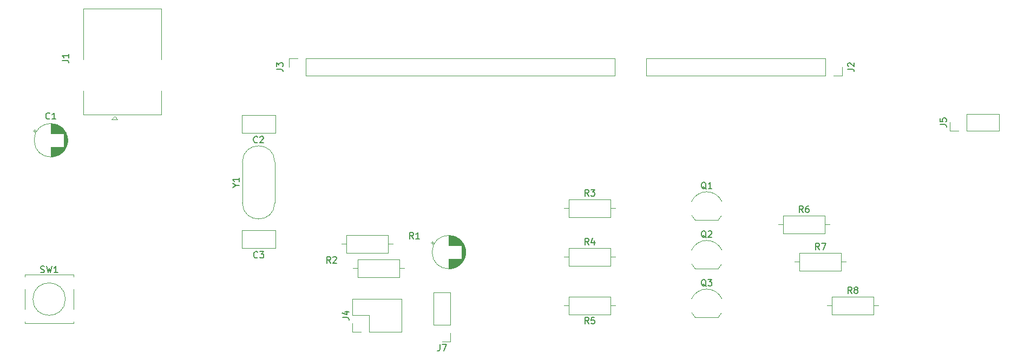
<source format=gbr>
G04 #@! TF.GenerationSoftware,KiCad,Pcbnew,7.0.5-0*
G04 #@! TF.CreationDate,2023-07-14T12:22:50+10:00*
G04 #@! TF.ProjectId,KeyboardControllerM102,4b657962-6f61-4726-9443-6f6e74726f6c,v01*
G04 #@! TF.SameCoordinates,Original*
G04 #@! TF.FileFunction,Legend,Top*
G04 #@! TF.FilePolarity,Positive*
%FSLAX46Y46*%
G04 Gerber Fmt 4.6, Leading zero omitted, Abs format (unit mm)*
G04 Created by KiCad (PCBNEW 7.0.5-0) date 2023-07-14 12:22:50*
%MOMM*%
%LPD*%
G01*
G04 APERTURE LIST*
%ADD10C,0.150000*%
%ADD11C,0.120000*%
G04 APERTURE END LIST*
D10*
G04 #@! TO.C,Q3*
X156622761Y-56184057D02*
X156527523Y-56136438D01*
X156527523Y-56136438D02*
X156432285Y-56041200D01*
X156432285Y-56041200D02*
X156289428Y-55898342D01*
X156289428Y-55898342D02*
X156194190Y-55850723D01*
X156194190Y-55850723D02*
X156098952Y-55850723D01*
X156146571Y-56088819D02*
X156051333Y-56041200D01*
X156051333Y-56041200D02*
X155956095Y-55945961D01*
X155956095Y-55945961D02*
X155908476Y-55755485D01*
X155908476Y-55755485D02*
X155908476Y-55422152D01*
X155908476Y-55422152D02*
X155956095Y-55231676D01*
X155956095Y-55231676D02*
X156051333Y-55136438D01*
X156051333Y-55136438D02*
X156146571Y-55088819D01*
X156146571Y-55088819D02*
X156337047Y-55088819D01*
X156337047Y-55088819D02*
X156432285Y-55136438D01*
X156432285Y-55136438D02*
X156527523Y-55231676D01*
X156527523Y-55231676D02*
X156575142Y-55422152D01*
X156575142Y-55422152D02*
X156575142Y-55755485D01*
X156575142Y-55755485D02*
X156527523Y-55945961D01*
X156527523Y-55945961D02*
X156432285Y-56041200D01*
X156432285Y-56041200D02*
X156337047Y-56088819D01*
X156337047Y-56088819D02*
X156146571Y-56088819D01*
X156908476Y-55088819D02*
X157527523Y-55088819D01*
X157527523Y-55088819D02*
X157194190Y-55469771D01*
X157194190Y-55469771D02*
X157337047Y-55469771D01*
X157337047Y-55469771D02*
X157432285Y-55517390D01*
X157432285Y-55517390D02*
X157479904Y-55565009D01*
X157479904Y-55565009D02*
X157527523Y-55660247D01*
X157527523Y-55660247D02*
X157527523Y-55898342D01*
X157527523Y-55898342D02*
X157479904Y-55993580D01*
X157479904Y-55993580D02*
X157432285Y-56041200D01*
X157432285Y-56041200D02*
X157337047Y-56088819D01*
X157337047Y-56088819D02*
X157051333Y-56088819D01*
X157051333Y-56088819D02*
X156956095Y-56041200D01*
X156956095Y-56041200D02*
X156908476Y-55993580D01*
G04 #@! TO.C,Q2*
X156622761Y-48564057D02*
X156527523Y-48516438D01*
X156527523Y-48516438D02*
X156432285Y-48421200D01*
X156432285Y-48421200D02*
X156289428Y-48278342D01*
X156289428Y-48278342D02*
X156194190Y-48230723D01*
X156194190Y-48230723D02*
X156098952Y-48230723D01*
X156146571Y-48468819D02*
X156051333Y-48421200D01*
X156051333Y-48421200D02*
X155956095Y-48325961D01*
X155956095Y-48325961D02*
X155908476Y-48135485D01*
X155908476Y-48135485D02*
X155908476Y-47802152D01*
X155908476Y-47802152D02*
X155956095Y-47611676D01*
X155956095Y-47611676D02*
X156051333Y-47516438D01*
X156051333Y-47516438D02*
X156146571Y-47468819D01*
X156146571Y-47468819D02*
X156337047Y-47468819D01*
X156337047Y-47468819D02*
X156432285Y-47516438D01*
X156432285Y-47516438D02*
X156527523Y-47611676D01*
X156527523Y-47611676D02*
X156575142Y-47802152D01*
X156575142Y-47802152D02*
X156575142Y-48135485D01*
X156575142Y-48135485D02*
X156527523Y-48325961D01*
X156527523Y-48325961D02*
X156432285Y-48421200D01*
X156432285Y-48421200D02*
X156337047Y-48468819D01*
X156337047Y-48468819D02*
X156146571Y-48468819D01*
X156956095Y-47564057D02*
X157003714Y-47516438D01*
X157003714Y-47516438D02*
X157098952Y-47468819D01*
X157098952Y-47468819D02*
X157337047Y-47468819D01*
X157337047Y-47468819D02*
X157432285Y-47516438D01*
X157432285Y-47516438D02*
X157479904Y-47564057D01*
X157479904Y-47564057D02*
X157527523Y-47659295D01*
X157527523Y-47659295D02*
X157527523Y-47754533D01*
X157527523Y-47754533D02*
X157479904Y-47897390D01*
X157479904Y-47897390D02*
X156908476Y-48468819D01*
X156908476Y-48468819D02*
X157527523Y-48468819D01*
G04 #@! TO.C,Q1*
X156622761Y-40944057D02*
X156527523Y-40896438D01*
X156527523Y-40896438D02*
X156432285Y-40801200D01*
X156432285Y-40801200D02*
X156289428Y-40658342D01*
X156289428Y-40658342D02*
X156194190Y-40610723D01*
X156194190Y-40610723D02*
X156098952Y-40610723D01*
X156146571Y-40848819D02*
X156051333Y-40801200D01*
X156051333Y-40801200D02*
X155956095Y-40705961D01*
X155956095Y-40705961D02*
X155908476Y-40515485D01*
X155908476Y-40515485D02*
X155908476Y-40182152D01*
X155908476Y-40182152D02*
X155956095Y-39991676D01*
X155956095Y-39991676D02*
X156051333Y-39896438D01*
X156051333Y-39896438D02*
X156146571Y-39848819D01*
X156146571Y-39848819D02*
X156337047Y-39848819D01*
X156337047Y-39848819D02*
X156432285Y-39896438D01*
X156432285Y-39896438D02*
X156527523Y-39991676D01*
X156527523Y-39991676D02*
X156575142Y-40182152D01*
X156575142Y-40182152D02*
X156575142Y-40515485D01*
X156575142Y-40515485D02*
X156527523Y-40705961D01*
X156527523Y-40705961D02*
X156432285Y-40801200D01*
X156432285Y-40801200D02*
X156337047Y-40848819D01*
X156337047Y-40848819D02*
X156146571Y-40848819D01*
X157527523Y-40848819D02*
X156956095Y-40848819D01*
X157241809Y-40848819D02*
X157241809Y-39848819D01*
X157241809Y-39848819D02*
X157146571Y-39991676D01*
X157146571Y-39991676D02*
X157051333Y-40086914D01*
X157051333Y-40086914D02*
X156956095Y-40134533D01*
G04 #@! TO.C,R3*
X138263333Y-42014819D02*
X137930000Y-41538628D01*
X137691905Y-42014819D02*
X137691905Y-41014819D01*
X137691905Y-41014819D02*
X138072857Y-41014819D01*
X138072857Y-41014819D02*
X138168095Y-41062438D01*
X138168095Y-41062438D02*
X138215714Y-41110057D01*
X138215714Y-41110057D02*
X138263333Y-41205295D01*
X138263333Y-41205295D02*
X138263333Y-41348152D01*
X138263333Y-41348152D02*
X138215714Y-41443390D01*
X138215714Y-41443390D02*
X138168095Y-41491009D01*
X138168095Y-41491009D02*
X138072857Y-41538628D01*
X138072857Y-41538628D02*
X137691905Y-41538628D01*
X138596667Y-41014819D02*
X139215714Y-41014819D01*
X139215714Y-41014819D02*
X138882381Y-41395771D01*
X138882381Y-41395771D02*
X139025238Y-41395771D01*
X139025238Y-41395771D02*
X139120476Y-41443390D01*
X139120476Y-41443390D02*
X139168095Y-41491009D01*
X139168095Y-41491009D02*
X139215714Y-41586247D01*
X139215714Y-41586247D02*
X139215714Y-41824342D01*
X139215714Y-41824342D02*
X139168095Y-41919580D01*
X139168095Y-41919580D02*
X139120476Y-41967200D01*
X139120476Y-41967200D02*
X139025238Y-42014819D01*
X139025238Y-42014819D02*
X138739524Y-42014819D01*
X138739524Y-42014819D02*
X138644286Y-41967200D01*
X138644286Y-41967200D02*
X138596667Y-41919580D01*
G04 #@! TO.C,J2*
X178784819Y-22152333D02*
X179499104Y-22152333D01*
X179499104Y-22152333D02*
X179641961Y-22199952D01*
X179641961Y-22199952D02*
X179737200Y-22295190D01*
X179737200Y-22295190D02*
X179784819Y-22438047D01*
X179784819Y-22438047D02*
X179784819Y-22533285D01*
X178880057Y-21723761D02*
X178832438Y-21676142D01*
X178832438Y-21676142D02*
X178784819Y-21580904D01*
X178784819Y-21580904D02*
X178784819Y-21342809D01*
X178784819Y-21342809D02*
X178832438Y-21247571D01*
X178832438Y-21247571D02*
X178880057Y-21199952D01*
X178880057Y-21199952D02*
X178975295Y-21152333D01*
X178975295Y-21152333D02*
X179070533Y-21152333D01*
X179070533Y-21152333D02*
X179213390Y-21199952D01*
X179213390Y-21199952D02*
X179784819Y-21771380D01*
X179784819Y-21771380D02*
X179784819Y-21152333D01*
G04 #@! TO.C,J1*
X55878019Y-20773333D02*
X56592304Y-20773333D01*
X56592304Y-20773333D02*
X56735161Y-20820952D01*
X56735161Y-20820952D02*
X56830400Y-20916190D01*
X56830400Y-20916190D02*
X56878019Y-21059047D01*
X56878019Y-21059047D02*
X56878019Y-21154285D01*
X56878019Y-19773333D02*
X56878019Y-20344761D01*
X56878019Y-20059047D02*
X55878019Y-20059047D01*
X55878019Y-20059047D02*
X56020876Y-20154285D01*
X56020876Y-20154285D02*
X56116114Y-20249523D01*
X56116114Y-20249523D02*
X56163733Y-20344761D01*
G04 #@! TO.C,J3*
X89424819Y-22152333D02*
X90139104Y-22152333D01*
X90139104Y-22152333D02*
X90281961Y-22199952D01*
X90281961Y-22199952D02*
X90377200Y-22295190D01*
X90377200Y-22295190D02*
X90424819Y-22438047D01*
X90424819Y-22438047D02*
X90424819Y-22533285D01*
X89424819Y-21771380D02*
X89424819Y-21152333D01*
X89424819Y-21152333D02*
X89805771Y-21485666D01*
X89805771Y-21485666D02*
X89805771Y-21342809D01*
X89805771Y-21342809D02*
X89853390Y-21247571D01*
X89853390Y-21247571D02*
X89901009Y-21199952D01*
X89901009Y-21199952D02*
X89996247Y-21152333D01*
X89996247Y-21152333D02*
X90234342Y-21152333D01*
X90234342Y-21152333D02*
X90329580Y-21199952D01*
X90329580Y-21199952D02*
X90377200Y-21247571D01*
X90377200Y-21247571D02*
X90424819Y-21342809D01*
X90424819Y-21342809D02*
X90424819Y-21628523D01*
X90424819Y-21628523D02*
X90377200Y-21723761D01*
X90377200Y-21723761D02*
X90329580Y-21771380D01*
G04 #@! TO.C,Y1*
X83067628Y-40364190D02*
X83543819Y-40364190D01*
X82543819Y-40697523D02*
X83067628Y-40364190D01*
X83067628Y-40364190D02*
X82543819Y-40030857D01*
X83543819Y-39173714D02*
X83543819Y-39745142D01*
X83543819Y-39459428D02*
X82543819Y-39459428D01*
X82543819Y-39459428D02*
X82686676Y-39554666D01*
X82686676Y-39554666D02*
X82781914Y-39649904D01*
X82781914Y-39649904D02*
X82829533Y-39745142D01*
G04 #@! TO.C,J4*
X99740819Y-61039333D02*
X100455104Y-61039333D01*
X100455104Y-61039333D02*
X100597961Y-61086952D01*
X100597961Y-61086952D02*
X100693200Y-61182190D01*
X100693200Y-61182190D02*
X100740819Y-61325047D01*
X100740819Y-61325047D02*
X100740819Y-61420285D01*
X100074152Y-60134571D02*
X100740819Y-60134571D01*
X99693200Y-60372666D02*
X100407485Y-60610761D01*
X100407485Y-60610761D02*
X100407485Y-59991714D01*
G04 #@! TO.C,SW1*
X52514667Y-53953200D02*
X52657524Y-54000819D01*
X52657524Y-54000819D02*
X52895619Y-54000819D01*
X52895619Y-54000819D02*
X52990857Y-53953200D01*
X52990857Y-53953200D02*
X53038476Y-53905580D01*
X53038476Y-53905580D02*
X53086095Y-53810342D01*
X53086095Y-53810342D02*
X53086095Y-53715104D01*
X53086095Y-53715104D02*
X53038476Y-53619866D01*
X53038476Y-53619866D02*
X52990857Y-53572247D01*
X52990857Y-53572247D02*
X52895619Y-53524628D01*
X52895619Y-53524628D02*
X52705143Y-53477009D01*
X52705143Y-53477009D02*
X52609905Y-53429390D01*
X52609905Y-53429390D02*
X52562286Y-53381771D01*
X52562286Y-53381771D02*
X52514667Y-53286533D01*
X52514667Y-53286533D02*
X52514667Y-53191295D01*
X52514667Y-53191295D02*
X52562286Y-53096057D01*
X52562286Y-53096057D02*
X52609905Y-53048438D01*
X52609905Y-53048438D02*
X52705143Y-53000819D01*
X52705143Y-53000819D02*
X52943238Y-53000819D01*
X52943238Y-53000819D02*
X53086095Y-53048438D01*
X53419429Y-53000819D02*
X53657524Y-54000819D01*
X53657524Y-54000819D02*
X53848000Y-53286533D01*
X53848000Y-53286533D02*
X54038476Y-54000819D01*
X54038476Y-54000819D02*
X54276572Y-53000819D01*
X55181333Y-54000819D02*
X54609905Y-54000819D01*
X54895619Y-54000819D02*
X54895619Y-53000819D01*
X54895619Y-53000819D02*
X54800381Y-53143676D01*
X54800381Y-53143676D02*
X54705143Y-53238914D01*
X54705143Y-53238914D02*
X54609905Y-53286533D01*
G04 #@! TO.C,R5*
X138263333Y-62018819D02*
X137930000Y-61542628D01*
X137691905Y-62018819D02*
X137691905Y-61018819D01*
X137691905Y-61018819D02*
X138072857Y-61018819D01*
X138072857Y-61018819D02*
X138168095Y-61066438D01*
X138168095Y-61066438D02*
X138215714Y-61114057D01*
X138215714Y-61114057D02*
X138263333Y-61209295D01*
X138263333Y-61209295D02*
X138263333Y-61352152D01*
X138263333Y-61352152D02*
X138215714Y-61447390D01*
X138215714Y-61447390D02*
X138168095Y-61495009D01*
X138168095Y-61495009D02*
X138072857Y-61542628D01*
X138072857Y-61542628D02*
X137691905Y-61542628D01*
X139168095Y-61018819D02*
X138691905Y-61018819D01*
X138691905Y-61018819D02*
X138644286Y-61495009D01*
X138644286Y-61495009D02*
X138691905Y-61447390D01*
X138691905Y-61447390D02*
X138787143Y-61399771D01*
X138787143Y-61399771D02*
X139025238Y-61399771D01*
X139025238Y-61399771D02*
X139120476Y-61447390D01*
X139120476Y-61447390D02*
X139168095Y-61495009D01*
X139168095Y-61495009D02*
X139215714Y-61590247D01*
X139215714Y-61590247D02*
X139215714Y-61828342D01*
X139215714Y-61828342D02*
X139168095Y-61923580D01*
X139168095Y-61923580D02*
X139120476Y-61971200D01*
X139120476Y-61971200D02*
X139025238Y-62018819D01*
X139025238Y-62018819D02*
X138787143Y-62018819D01*
X138787143Y-62018819D02*
X138691905Y-61971200D01*
X138691905Y-61971200D02*
X138644286Y-61923580D01*
G04 #@! TO.C,C3*
X86467333Y-51627580D02*
X86419714Y-51675200D01*
X86419714Y-51675200D02*
X86276857Y-51722819D01*
X86276857Y-51722819D02*
X86181619Y-51722819D01*
X86181619Y-51722819D02*
X86038762Y-51675200D01*
X86038762Y-51675200D02*
X85943524Y-51579961D01*
X85943524Y-51579961D02*
X85895905Y-51484723D01*
X85895905Y-51484723D02*
X85848286Y-51294247D01*
X85848286Y-51294247D02*
X85848286Y-51151390D01*
X85848286Y-51151390D02*
X85895905Y-50960914D01*
X85895905Y-50960914D02*
X85943524Y-50865676D01*
X85943524Y-50865676D02*
X86038762Y-50770438D01*
X86038762Y-50770438D02*
X86181619Y-50722819D01*
X86181619Y-50722819D02*
X86276857Y-50722819D01*
X86276857Y-50722819D02*
X86419714Y-50770438D01*
X86419714Y-50770438D02*
X86467333Y-50818057D01*
X86800667Y-50722819D02*
X87419714Y-50722819D01*
X87419714Y-50722819D02*
X87086381Y-51103771D01*
X87086381Y-51103771D02*
X87229238Y-51103771D01*
X87229238Y-51103771D02*
X87324476Y-51151390D01*
X87324476Y-51151390D02*
X87372095Y-51199009D01*
X87372095Y-51199009D02*
X87419714Y-51294247D01*
X87419714Y-51294247D02*
X87419714Y-51532342D01*
X87419714Y-51532342D02*
X87372095Y-51627580D01*
X87372095Y-51627580D02*
X87324476Y-51675200D01*
X87324476Y-51675200D02*
X87229238Y-51722819D01*
X87229238Y-51722819D02*
X86943524Y-51722819D01*
X86943524Y-51722819D02*
X86848286Y-51675200D01*
X86848286Y-51675200D02*
X86800667Y-51627580D01*
G04 #@! TO.C,R1*
X110831333Y-48714819D02*
X110498000Y-48238628D01*
X110259905Y-48714819D02*
X110259905Y-47714819D01*
X110259905Y-47714819D02*
X110640857Y-47714819D01*
X110640857Y-47714819D02*
X110736095Y-47762438D01*
X110736095Y-47762438D02*
X110783714Y-47810057D01*
X110783714Y-47810057D02*
X110831333Y-47905295D01*
X110831333Y-47905295D02*
X110831333Y-48048152D01*
X110831333Y-48048152D02*
X110783714Y-48143390D01*
X110783714Y-48143390D02*
X110736095Y-48191009D01*
X110736095Y-48191009D02*
X110640857Y-48238628D01*
X110640857Y-48238628D02*
X110259905Y-48238628D01*
X111783714Y-48714819D02*
X111212286Y-48714819D01*
X111498000Y-48714819D02*
X111498000Y-47714819D01*
X111498000Y-47714819D02*
X111402762Y-47857676D01*
X111402762Y-47857676D02*
X111307524Y-47952914D01*
X111307524Y-47952914D02*
X111212286Y-48000533D01*
G04 #@! TO.C,J7*
X114982666Y-65284819D02*
X114982666Y-65999104D01*
X114982666Y-65999104D02*
X114935047Y-66141961D01*
X114935047Y-66141961D02*
X114839809Y-66237200D01*
X114839809Y-66237200D02*
X114696952Y-66284819D01*
X114696952Y-66284819D02*
X114601714Y-66284819D01*
X115363619Y-65284819D02*
X116030285Y-65284819D01*
X116030285Y-65284819D02*
X115601714Y-66284819D01*
G04 #@! TO.C,R6*
X171791333Y-44578819D02*
X171458000Y-44102628D01*
X171219905Y-44578819D02*
X171219905Y-43578819D01*
X171219905Y-43578819D02*
X171600857Y-43578819D01*
X171600857Y-43578819D02*
X171696095Y-43626438D01*
X171696095Y-43626438D02*
X171743714Y-43674057D01*
X171743714Y-43674057D02*
X171791333Y-43769295D01*
X171791333Y-43769295D02*
X171791333Y-43912152D01*
X171791333Y-43912152D02*
X171743714Y-44007390D01*
X171743714Y-44007390D02*
X171696095Y-44055009D01*
X171696095Y-44055009D02*
X171600857Y-44102628D01*
X171600857Y-44102628D02*
X171219905Y-44102628D01*
X172648476Y-43578819D02*
X172458000Y-43578819D01*
X172458000Y-43578819D02*
X172362762Y-43626438D01*
X172362762Y-43626438D02*
X172315143Y-43674057D01*
X172315143Y-43674057D02*
X172219905Y-43816914D01*
X172219905Y-43816914D02*
X172172286Y-44007390D01*
X172172286Y-44007390D02*
X172172286Y-44388342D01*
X172172286Y-44388342D02*
X172219905Y-44483580D01*
X172219905Y-44483580D02*
X172267524Y-44531200D01*
X172267524Y-44531200D02*
X172362762Y-44578819D01*
X172362762Y-44578819D02*
X172553238Y-44578819D01*
X172553238Y-44578819D02*
X172648476Y-44531200D01*
X172648476Y-44531200D02*
X172696095Y-44483580D01*
X172696095Y-44483580D02*
X172743714Y-44388342D01*
X172743714Y-44388342D02*
X172743714Y-44150247D01*
X172743714Y-44150247D02*
X172696095Y-44055009D01*
X172696095Y-44055009D02*
X172648476Y-44007390D01*
X172648476Y-44007390D02*
X172553238Y-43959771D01*
X172553238Y-43959771D02*
X172362762Y-43959771D01*
X172362762Y-43959771D02*
X172267524Y-44007390D01*
X172267524Y-44007390D02*
X172219905Y-44055009D01*
X172219905Y-44055009D02*
X172172286Y-44150247D01*
G04 #@! TO.C,R8*
X179411333Y-57278819D02*
X179078000Y-56802628D01*
X178839905Y-57278819D02*
X178839905Y-56278819D01*
X178839905Y-56278819D02*
X179220857Y-56278819D01*
X179220857Y-56278819D02*
X179316095Y-56326438D01*
X179316095Y-56326438D02*
X179363714Y-56374057D01*
X179363714Y-56374057D02*
X179411333Y-56469295D01*
X179411333Y-56469295D02*
X179411333Y-56612152D01*
X179411333Y-56612152D02*
X179363714Y-56707390D01*
X179363714Y-56707390D02*
X179316095Y-56755009D01*
X179316095Y-56755009D02*
X179220857Y-56802628D01*
X179220857Y-56802628D02*
X178839905Y-56802628D01*
X179982762Y-56707390D02*
X179887524Y-56659771D01*
X179887524Y-56659771D02*
X179839905Y-56612152D01*
X179839905Y-56612152D02*
X179792286Y-56516914D01*
X179792286Y-56516914D02*
X179792286Y-56469295D01*
X179792286Y-56469295D02*
X179839905Y-56374057D01*
X179839905Y-56374057D02*
X179887524Y-56326438D01*
X179887524Y-56326438D02*
X179982762Y-56278819D01*
X179982762Y-56278819D02*
X180173238Y-56278819D01*
X180173238Y-56278819D02*
X180268476Y-56326438D01*
X180268476Y-56326438D02*
X180316095Y-56374057D01*
X180316095Y-56374057D02*
X180363714Y-56469295D01*
X180363714Y-56469295D02*
X180363714Y-56516914D01*
X180363714Y-56516914D02*
X180316095Y-56612152D01*
X180316095Y-56612152D02*
X180268476Y-56659771D01*
X180268476Y-56659771D02*
X180173238Y-56707390D01*
X180173238Y-56707390D02*
X179982762Y-56707390D01*
X179982762Y-56707390D02*
X179887524Y-56755009D01*
X179887524Y-56755009D02*
X179839905Y-56802628D01*
X179839905Y-56802628D02*
X179792286Y-56897866D01*
X179792286Y-56897866D02*
X179792286Y-57088342D01*
X179792286Y-57088342D02*
X179839905Y-57183580D01*
X179839905Y-57183580D02*
X179887524Y-57231200D01*
X179887524Y-57231200D02*
X179982762Y-57278819D01*
X179982762Y-57278819D02*
X180173238Y-57278819D01*
X180173238Y-57278819D02*
X180268476Y-57231200D01*
X180268476Y-57231200D02*
X180316095Y-57183580D01*
X180316095Y-57183580D02*
X180363714Y-57088342D01*
X180363714Y-57088342D02*
X180363714Y-56897866D01*
X180363714Y-56897866D02*
X180316095Y-56802628D01*
X180316095Y-56802628D02*
X180268476Y-56755009D01*
X180268476Y-56755009D02*
X180173238Y-56707390D01*
G04 #@! TO.C,R7*
X174331333Y-50420819D02*
X173998000Y-49944628D01*
X173759905Y-50420819D02*
X173759905Y-49420819D01*
X173759905Y-49420819D02*
X174140857Y-49420819D01*
X174140857Y-49420819D02*
X174236095Y-49468438D01*
X174236095Y-49468438D02*
X174283714Y-49516057D01*
X174283714Y-49516057D02*
X174331333Y-49611295D01*
X174331333Y-49611295D02*
X174331333Y-49754152D01*
X174331333Y-49754152D02*
X174283714Y-49849390D01*
X174283714Y-49849390D02*
X174236095Y-49897009D01*
X174236095Y-49897009D02*
X174140857Y-49944628D01*
X174140857Y-49944628D02*
X173759905Y-49944628D01*
X174664667Y-49420819D02*
X175331333Y-49420819D01*
X175331333Y-49420819D02*
X174902762Y-50420819D01*
G04 #@! TO.C,C2*
X86447333Y-33593580D02*
X86399714Y-33641200D01*
X86399714Y-33641200D02*
X86256857Y-33688819D01*
X86256857Y-33688819D02*
X86161619Y-33688819D01*
X86161619Y-33688819D02*
X86018762Y-33641200D01*
X86018762Y-33641200D02*
X85923524Y-33545961D01*
X85923524Y-33545961D02*
X85875905Y-33450723D01*
X85875905Y-33450723D02*
X85828286Y-33260247D01*
X85828286Y-33260247D02*
X85828286Y-33117390D01*
X85828286Y-33117390D02*
X85875905Y-32926914D01*
X85875905Y-32926914D02*
X85923524Y-32831676D01*
X85923524Y-32831676D02*
X86018762Y-32736438D01*
X86018762Y-32736438D02*
X86161619Y-32688819D01*
X86161619Y-32688819D02*
X86256857Y-32688819D01*
X86256857Y-32688819D02*
X86399714Y-32736438D01*
X86399714Y-32736438D02*
X86447333Y-32784057D01*
X86828286Y-32784057D02*
X86875905Y-32736438D01*
X86875905Y-32736438D02*
X86971143Y-32688819D01*
X86971143Y-32688819D02*
X87209238Y-32688819D01*
X87209238Y-32688819D02*
X87304476Y-32736438D01*
X87304476Y-32736438D02*
X87352095Y-32784057D01*
X87352095Y-32784057D02*
X87399714Y-32879295D01*
X87399714Y-32879295D02*
X87399714Y-32974533D01*
X87399714Y-32974533D02*
X87352095Y-33117390D01*
X87352095Y-33117390D02*
X86780667Y-33688819D01*
X86780667Y-33688819D02*
X87399714Y-33688819D01*
G04 #@! TO.C,C1*
X53951333Y-29883580D02*
X53903714Y-29931200D01*
X53903714Y-29931200D02*
X53760857Y-29978819D01*
X53760857Y-29978819D02*
X53665619Y-29978819D01*
X53665619Y-29978819D02*
X53522762Y-29931200D01*
X53522762Y-29931200D02*
X53427524Y-29835961D01*
X53427524Y-29835961D02*
X53379905Y-29740723D01*
X53379905Y-29740723D02*
X53332286Y-29550247D01*
X53332286Y-29550247D02*
X53332286Y-29407390D01*
X53332286Y-29407390D02*
X53379905Y-29216914D01*
X53379905Y-29216914D02*
X53427524Y-29121676D01*
X53427524Y-29121676D02*
X53522762Y-29026438D01*
X53522762Y-29026438D02*
X53665619Y-28978819D01*
X53665619Y-28978819D02*
X53760857Y-28978819D01*
X53760857Y-28978819D02*
X53903714Y-29026438D01*
X53903714Y-29026438D02*
X53951333Y-29074057D01*
X54903714Y-29978819D02*
X54332286Y-29978819D01*
X54618000Y-29978819D02*
X54618000Y-28978819D01*
X54618000Y-28978819D02*
X54522762Y-29121676D01*
X54522762Y-29121676D02*
X54427524Y-29216914D01*
X54427524Y-29216914D02*
X54332286Y-29264533D01*
G04 #@! TO.C,J5*
X193212819Y-30813333D02*
X193927104Y-30813333D01*
X193927104Y-30813333D02*
X194069961Y-30860952D01*
X194069961Y-30860952D02*
X194165200Y-30956190D01*
X194165200Y-30956190D02*
X194212819Y-31099047D01*
X194212819Y-31099047D02*
X194212819Y-31194285D01*
X193212819Y-29860952D02*
X193212819Y-30337142D01*
X193212819Y-30337142D02*
X193689009Y-30384761D01*
X193689009Y-30384761D02*
X193641390Y-30337142D01*
X193641390Y-30337142D02*
X193593771Y-30241904D01*
X193593771Y-30241904D02*
X193593771Y-30003809D01*
X193593771Y-30003809D02*
X193641390Y-29908571D01*
X193641390Y-29908571D02*
X193689009Y-29860952D01*
X193689009Y-29860952D02*
X193784247Y-29813333D01*
X193784247Y-29813333D02*
X194022342Y-29813333D01*
X194022342Y-29813333D02*
X194117580Y-29860952D01*
X194117580Y-29860952D02*
X194165200Y-29908571D01*
X194165200Y-29908571D02*
X194212819Y-30003809D01*
X194212819Y-30003809D02*
X194212819Y-30241904D01*
X194212819Y-30241904D02*
X194165200Y-30337142D01*
X194165200Y-30337142D02*
X194117580Y-30384761D01*
G04 #@! TO.C,R4*
X138263333Y-49658819D02*
X137930000Y-49182628D01*
X137691905Y-49658819D02*
X137691905Y-48658819D01*
X137691905Y-48658819D02*
X138072857Y-48658819D01*
X138072857Y-48658819D02*
X138168095Y-48706438D01*
X138168095Y-48706438D02*
X138215714Y-48754057D01*
X138215714Y-48754057D02*
X138263333Y-48849295D01*
X138263333Y-48849295D02*
X138263333Y-48992152D01*
X138263333Y-48992152D02*
X138215714Y-49087390D01*
X138215714Y-49087390D02*
X138168095Y-49135009D01*
X138168095Y-49135009D02*
X138072857Y-49182628D01*
X138072857Y-49182628D02*
X137691905Y-49182628D01*
X139120476Y-48992152D02*
X139120476Y-49658819D01*
X138882381Y-48611200D02*
X138644286Y-49325485D01*
X138644286Y-49325485D02*
X139263333Y-49325485D01*
G04 #@! TO.C,R2*
X97877333Y-52524819D02*
X97544000Y-52048628D01*
X97305905Y-52524819D02*
X97305905Y-51524819D01*
X97305905Y-51524819D02*
X97686857Y-51524819D01*
X97686857Y-51524819D02*
X97782095Y-51572438D01*
X97782095Y-51572438D02*
X97829714Y-51620057D01*
X97829714Y-51620057D02*
X97877333Y-51715295D01*
X97877333Y-51715295D02*
X97877333Y-51858152D01*
X97877333Y-51858152D02*
X97829714Y-51953390D01*
X97829714Y-51953390D02*
X97782095Y-52001009D01*
X97782095Y-52001009D02*
X97686857Y-52048628D01*
X97686857Y-52048628D02*
X97305905Y-52048628D01*
X98258286Y-51620057D02*
X98305905Y-51572438D01*
X98305905Y-51572438D02*
X98401143Y-51524819D01*
X98401143Y-51524819D02*
X98639238Y-51524819D01*
X98639238Y-51524819D02*
X98734476Y-51572438D01*
X98734476Y-51572438D02*
X98782095Y-51620057D01*
X98782095Y-51620057D02*
X98829714Y-51715295D01*
X98829714Y-51715295D02*
X98829714Y-51810533D01*
X98829714Y-51810533D02*
X98782095Y-51953390D01*
X98782095Y-51953390D02*
X98210667Y-52524819D01*
X98210667Y-52524819D02*
X98829714Y-52524819D01*
D11*
G04 #@! TO.C,Q3*
X154918000Y-61044000D02*
X158518000Y-61044000D01*
X159074400Y-58095193D02*
G75*
G03*
X156718000Y-56594000I-2356400J-1098807D01*
G01*
X156718000Y-56594001D02*
G75*
G03*
X154361601Y-58095193I0J-2599999D01*
G01*
X154393817Y-60316795D02*
G75*
G03*
X154918001Y-61043999I2324183J1122795D01*
G01*
X158517999Y-61043999D02*
G75*
G03*
X159042183Y-60316795I-1799999J1849999D01*
G01*
G04 #@! TO.C,Q2*
X154918000Y-53424000D02*
X158518000Y-53424000D01*
X159074400Y-50475193D02*
G75*
G03*
X156718000Y-48974000I-2356400J-1098807D01*
G01*
X156718000Y-48974001D02*
G75*
G03*
X154361601Y-50475193I0J-2599999D01*
G01*
X154393817Y-52696795D02*
G75*
G03*
X154918001Y-53423999I2324183J1122795D01*
G01*
X158517999Y-53423999D02*
G75*
G03*
X159042183Y-52696795I-1799999J1849999D01*
G01*
G04 #@! TO.C,Q1*
X154918000Y-45804000D02*
X158518000Y-45804000D01*
X159074400Y-42855193D02*
G75*
G03*
X156718000Y-41354000I-2356400J-1098807D01*
G01*
X156718000Y-41354001D02*
G75*
G03*
X154361601Y-42855193I0J-2599999D01*
G01*
X154393817Y-45076795D02*
G75*
G03*
X154918001Y-45803999I2324183J1122795D01*
G01*
X158517999Y-45803999D02*
G75*
G03*
X159042183Y-45076795I-1799999J1849999D01*
G01*
G04 #@! TO.C,R3*
X142470000Y-43954000D02*
X141700000Y-43954000D01*
X141700000Y-45324000D02*
X141700000Y-42584000D01*
X141700000Y-42584000D02*
X135160000Y-42584000D01*
X135160000Y-45324000D02*
X141700000Y-45324000D01*
X135160000Y-42584000D02*
X135160000Y-45324000D01*
X134390000Y-43954000D02*
X135160000Y-43954000D01*
G04 #@! TO.C,J2*
X177890000Y-21819000D02*
X177890000Y-23149000D01*
X175290000Y-20489000D02*
X147290000Y-20489000D01*
X147290000Y-20489000D02*
X147290000Y-23149000D01*
X175290000Y-20489000D02*
X175290000Y-23149000D01*
X175290000Y-23149000D02*
X147290000Y-23149000D01*
X177890000Y-23149000D02*
X176560000Y-23149000D01*
G04 #@! TO.C,J1*
X63573200Y-29990000D02*
X64573200Y-29990000D01*
X64573200Y-29990000D02*
X64073200Y-29490000D01*
X64073200Y-29490000D02*
X63573200Y-29990000D01*
X59213200Y-29290000D02*
X59213200Y-25540000D01*
X71433200Y-29290000D02*
X59213200Y-29290000D01*
X71433200Y-29290000D02*
X71433200Y-25540000D01*
X59213200Y-12670000D02*
X59213200Y-20640000D01*
X71433200Y-12670000D02*
X71433200Y-20640000D01*
X71433200Y-12670000D02*
X59213200Y-12670000D01*
G04 #@! TO.C,J3*
X94010000Y-23149000D02*
X142330000Y-23149000D01*
X94010000Y-23149000D02*
X94010000Y-20489000D01*
X142330000Y-23149000D02*
X142330000Y-20489000D01*
X91410000Y-21819000D02*
X91410000Y-20489000D01*
X91410000Y-20489000D02*
X92740000Y-20489000D01*
X94010000Y-20489000D02*
X142330000Y-20489000D01*
G04 #@! TO.C,Y1*
X84089000Y-43088000D02*
X84089000Y-36688000D01*
X89139000Y-43088000D02*
X89139000Y-36688000D01*
X84089000Y-43088000D02*
G75*
G03*
X89139000Y-43088000I2525000J0D01*
G01*
X89139000Y-36688000D02*
G75*
G03*
X84089000Y-36688000I-2525000J0D01*
G01*
G04 #@! TO.C,J4*
X101286000Y-58106000D02*
X109026000Y-58106000D01*
X103886000Y-60706000D02*
X101286000Y-60706000D01*
X101286000Y-60706000D02*
X101286000Y-58106000D01*
X109026000Y-63306000D02*
X109026000Y-58106000D01*
X103886000Y-63306000D02*
X103886000Y-60706000D01*
X103886000Y-63306000D02*
X109026000Y-63306000D01*
X102616000Y-63306000D02*
X101286000Y-63306000D01*
X101286000Y-63306000D02*
X101286000Y-61976000D01*
G04 #@! TO.C,SW1*
X50038000Y-54356000D02*
X50038000Y-54656000D01*
X50038000Y-54356000D02*
X57658000Y-54356000D01*
X50038000Y-56596000D02*
X50038000Y-59736000D01*
X50038000Y-61676000D02*
X50038000Y-61976000D01*
X57658000Y-54356000D02*
X57658000Y-54656000D01*
X57658000Y-56596000D02*
X57658000Y-59736000D01*
X57658000Y-61676000D02*
X57658000Y-61976000D01*
X57658000Y-61976000D02*
X50038000Y-61976000D01*
X56388000Y-58166000D02*
G75*
G03*
X56388000Y-58166000I-2540000J0D01*
G01*
G04 #@! TO.C,R5*
X142470000Y-59194000D02*
X141700000Y-59194000D01*
X141700000Y-60564000D02*
X141700000Y-57824000D01*
X141700000Y-57824000D02*
X135160000Y-57824000D01*
X135160000Y-60564000D02*
X141700000Y-60564000D01*
X135160000Y-57824000D02*
X135160000Y-60564000D01*
X134390000Y-59194000D02*
X135160000Y-59194000D01*
G04 #@! TO.C,C3*
X89254000Y-50138000D02*
X89254000Y-47398000D01*
X89254000Y-50138000D02*
X84014000Y-50138000D01*
X89254000Y-47398000D02*
X84014000Y-47398000D01*
X84014000Y-50138000D02*
X84014000Y-47398000D01*
G04 #@! TO.C,R1*
X107672000Y-49530000D02*
X106902000Y-49530000D01*
X106902000Y-50900000D02*
X106902000Y-48160000D01*
X106902000Y-48160000D02*
X100362000Y-48160000D01*
X100362000Y-50900000D02*
X106902000Y-50900000D01*
X100362000Y-48160000D02*
X100362000Y-50900000D01*
X99592000Y-49530000D02*
X100362000Y-49530000D01*
G04 #@! TO.C,J7*
X116646000Y-64830000D02*
X115316000Y-64830000D01*
X116646000Y-63500000D02*
X116646000Y-64830000D01*
X116646000Y-62230000D02*
X116646000Y-57090000D01*
X116646000Y-62230000D02*
X113986000Y-62230000D01*
X116646000Y-57090000D02*
X113986000Y-57090000D01*
X113986000Y-62230000D02*
X113986000Y-57090000D01*
G04 #@! TO.C,R6*
X167918000Y-46494000D02*
X168688000Y-46494000D01*
X168688000Y-45124000D02*
X168688000Y-47864000D01*
X168688000Y-47864000D02*
X175228000Y-47864000D01*
X175228000Y-45124000D02*
X168688000Y-45124000D01*
X175228000Y-47864000D02*
X175228000Y-45124000D01*
X175998000Y-46494000D02*
X175228000Y-46494000D01*
G04 #@! TO.C,C4*
X113572113Y-49325000D02*
X114072113Y-49325000D01*
X113822113Y-49075000D02*
X113822113Y-49575000D01*
X116376888Y-48220000D02*
X116376888Y-49760000D01*
X116376888Y-51840000D02*
X116376888Y-53380000D01*
X116416888Y-48220000D02*
X116416888Y-49760000D01*
X116416888Y-51840000D02*
X116416888Y-53380000D01*
X116456888Y-48221000D02*
X116456888Y-49760000D01*
X116456888Y-51840000D02*
X116456888Y-53379000D01*
X116496888Y-48222000D02*
X116496888Y-49760000D01*
X116496888Y-51840000D02*
X116496888Y-53378000D01*
X116536888Y-48224000D02*
X116536888Y-49760000D01*
X116536888Y-51840000D02*
X116536888Y-53376000D01*
X116576888Y-48227000D02*
X116576888Y-49760000D01*
X116576888Y-51840000D02*
X116576888Y-53373000D01*
X116616888Y-48231000D02*
X116616888Y-49760000D01*
X116616888Y-51840000D02*
X116616888Y-53369000D01*
X116656888Y-48235000D02*
X116656888Y-49760000D01*
X116656888Y-51840000D02*
X116656888Y-53365000D01*
X116696888Y-48239000D02*
X116696888Y-49760000D01*
X116696888Y-51840000D02*
X116696888Y-53361000D01*
X116736888Y-48244000D02*
X116736888Y-49760000D01*
X116736888Y-51840000D02*
X116736888Y-53356000D01*
X116776888Y-48250000D02*
X116776888Y-49760000D01*
X116776888Y-51840000D02*
X116776888Y-53350000D01*
X116816888Y-48257000D02*
X116816888Y-49760000D01*
X116816888Y-51840000D02*
X116816888Y-53343000D01*
X116856888Y-48264000D02*
X116856888Y-49760000D01*
X116856888Y-51840000D02*
X116856888Y-53336000D01*
X116896888Y-48272000D02*
X116896888Y-49760000D01*
X116896888Y-51840000D02*
X116896888Y-53328000D01*
X116936888Y-48280000D02*
X116936888Y-49760000D01*
X116936888Y-51840000D02*
X116936888Y-53320000D01*
X116976888Y-48289000D02*
X116976888Y-49760000D01*
X116976888Y-51840000D02*
X116976888Y-53311000D01*
X117016888Y-48299000D02*
X117016888Y-49760000D01*
X117016888Y-51840000D02*
X117016888Y-53301000D01*
X117056888Y-48309000D02*
X117056888Y-49760000D01*
X117056888Y-51840000D02*
X117056888Y-53291000D01*
X117097888Y-48320000D02*
X117097888Y-49760000D01*
X117097888Y-51840000D02*
X117097888Y-53280000D01*
X117137888Y-48332000D02*
X117137888Y-49760000D01*
X117137888Y-51840000D02*
X117137888Y-53268000D01*
X117177888Y-48345000D02*
X117177888Y-49760000D01*
X117177888Y-51840000D02*
X117177888Y-53255000D01*
X117217888Y-48358000D02*
X117217888Y-49760000D01*
X117217888Y-51840000D02*
X117217888Y-53242000D01*
X117257888Y-48372000D02*
X117257888Y-49760000D01*
X117257888Y-51840000D02*
X117257888Y-53228000D01*
X117297888Y-48386000D02*
X117297888Y-49760000D01*
X117297888Y-51840000D02*
X117297888Y-53214000D01*
X117337888Y-48402000D02*
X117337888Y-49760000D01*
X117337888Y-51840000D02*
X117337888Y-53198000D01*
X117377888Y-48418000D02*
X117377888Y-49760000D01*
X117377888Y-51840000D02*
X117377888Y-53182000D01*
X117417888Y-48435000D02*
X117417888Y-49760000D01*
X117417888Y-51840000D02*
X117417888Y-53165000D01*
X117457888Y-48452000D02*
X117457888Y-49760000D01*
X117457888Y-51840000D02*
X117457888Y-53148000D01*
X117497888Y-48471000D02*
X117497888Y-49760000D01*
X117497888Y-51840000D02*
X117497888Y-53129000D01*
X117537888Y-48490000D02*
X117537888Y-49760000D01*
X117537888Y-51840000D02*
X117537888Y-53110000D01*
X117577888Y-48510000D02*
X117577888Y-49760000D01*
X117577888Y-51840000D02*
X117577888Y-53090000D01*
X117617888Y-48532000D02*
X117617888Y-49760000D01*
X117617888Y-51840000D02*
X117617888Y-53068000D01*
X117657888Y-48553000D02*
X117657888Y-49760000D01*
X117657888Y-51840000D02*
X117657888Y-53047000D01*
X117697888Y-48576000D02*
X117697888Y-49760000D01*
X117697888Y-51840000D02*
X117697888Y-53024000D01*
X117737888Y-48600000D02*
X117737888Y-49760000D01*
X117737888Y-51840000D02*
X117737888Y-53000000D01*
X117777888Y-48625000D02*
X117777888Y-49760000D01*
X117777888Y-51840000D02*
X117777888Y-52975000D01*
X117817888Y-48651000D02*
X117817888Y-49760000D01*
X117817888Y-51840000D02*
X117817888Y-52949000D01*
X117857888Y-48678000D02*
X117857888Y-49760000D01*
X117857888Y-51840000D02*
X117857888Y-52922000D01*
X117897888Y-48705000D02*
X117897888Y-49760000D01*
X117897888Y-51840000D02*
X117897888Y-52895000D01*
X117937888Y-48735000D02*
X117937888Y-49760000D01*
X117937888Y-51840000D02*
X117937888Y-52865000D01*
X117977888Y-48765000D02*
X117977888Y-49760000D01*
X117977888Y-51840000D02*
X117977888Y-52835000D01*
X118017888Y-48796000D02*
X118017888Y-49760000D01*
X118017888Y-51840000D02*
X118017888Y-52804000D01*
X118057888Y-48829000D02*
X118057888Y-49760000D01*
X118057888Y-51840000D02*
X118057888Y-52771000D01*
X118097888Y-48863000D02*
X118097888Y-49760000D01*
X118097888Y-51840000D02*
X118097888Y-52737000D01*
X118137888Y-48899000D02*
X118137888Y-49760000D01*
X118137888Y-51840000D02*
X118137888Y-52701000D01*
X118177888Y-48936000D02*
X118177888Y-49760000D01*
X118177888Y-51840000D02*
X118177888Y-52664000D01*
X118217888Y-48974000D02*
X118217888Y-49760000D01*
X118217888Y-51840000D02*
X118217888Y-52626000D01*
X118257888Y-49015000D02*
X118257888Y-49760000D01*
X118257888Y-51840000D02*
X118257888Y-52585000D01*
X118297888Y-49057000D02*
X118297888Y-49760000D01*
X118297888Y-51840000D02*
X118297888Y-52543000D01*
X118337888Y-49101000D02*
X118337888Y-49760000D01*
X118337888Y-51840000D02*
X118337888Y-52499000D01*
X118377888Y-49147000D02*
X118377888Y-49760000D01*
X118377888Y-51840000D02*
X118377888Y-52453000D01*
X118417888Y-49195000D02*
X118417888Y-52405000D01*
X118457888Y-49246000D02*
X118457888Y-52354000D01*
X118497888Y-49300000D02*
X118497888Y-52300000D01*
X118537888Y-49357000D02*
X118537888Y-52243000D01*
X118577888Y-49417000D02*
X118577888Y-52183000D01*
X118617888Y-49481000D02*
X118617888Y-52119000D01*
X118657888Y-49549000D02*
X118657888Y-52051000D01*
X118697888Y-49622000D02*
X118697888Y-51978000D01*
X118737888Y-49702000D02*
X118737888Y-51898000D01*
X118777888Y-49789000D02*
X118777888Y-51811000D01*
X118817888Y-49885000D02*
X118817888Y-51715000D01*
X118857888Y-49995000D02*
X118857888Y-51605000D01*
X118897888Y-50123000D02*
X118897888Y-51477000D01*
X118937888Y-50282000D02*
X118937888Y-51318000D01*
X118977888Y-50516000D02*
X118977888Y-51084000D01*
X118996888Y-50800000D02*
G75*
G03*
X118996888Y-50800000I-2620000J0D01*
G01*
G04 #@! TO.C,R8*
X175538000Y-59194000D02*
X176308000Y-59194000D01*
X176308000Y-57824000D02*
X176308000Y-60564000D01*
X176308000Y-60564000D02*
X182848000Y-60564000D01*
X182848000Y-57824000D02*
X176308000Y-57824000D01*
X182848000Y-60564000D02*
X182848000Y-57824000D01*
X183618000Y-59194000D02*
X182848000Y-59194000D01*
G04 #@! TO.C,R7*
X170458000Y-52336000D02*
X171228000Y-52336000D01*
X171228000Y-50966000D02*
X171228000Y-53706000D01*
X171228000Y-53706000D02*
X177768000Y-53706000D01*
X177768000Y-50966000D02*
X171228000Y-50966000D01*
X177768000Y-53706000D02*
X177768000Y-50966000D01*
X178538000Y-52336000D02*
X177768000Y-52336000D01*
G04 #@! TO.C,C2*
X89234000Y-32104000D02*
X89234000Y-29364000D01*
X89234000Y-32104000D02*
X83994000Y-32104000D01*
X89234000Y-29364000D02*
X83994000Y-29364000D01*
X83994000Y-32104000D02*
X83994000Y-29364000D01*
G04 #@! TO.C,C1*
X51313225Y-31799000D02*
X51813225Y-31799000D01*
X51563225Y-31549000D02*
X51563225Y-32049000D01*
X54118000Y-30694000D02*
X54118000Y-32234000D01*
X54118000Y-34314000D02*
X54118000Y-35854000D01*
X54158000Y-30694000D02*
X54158000Y-32234000D01*
X54158000Y-34314000D02*
X54158000Y-35854000D01*
X54198000Y-30695000D02*
X54198000Y-32234000D01*
X54198000Y-34314000D02*
X54198000Y-35853000D01*
X54238000Y-30696000D02*
X54238000Y-32234000D01*
X54238000Y-34314000D02*
X54238000Y-35852000D01*
X54278000Y-30698000D02*
X54278000Y-32234000D01*
X54278000Y-34314000D02*
X54278000Y-35850000D01*
X54318000Y-30701000D02*
X54318000Y-32234000D01*
X54318000Y-34314000D02*
X54318000Y-35847000D01*
X54358000Y-30705000D02*
X54358000Y-32234000D01*
X54358000Y-34314000D02*
X54358000Y-35843000D01*
X54398000Y-30709000D02*
X54398000Y-32234000D01*
X54398000Y-34314000D02*
X54398000Y-35839000D01*
X54438000Y-30713000D02*
X54438000Y-32234000D01*
X54438000Y-34314000D02*
X54438000Y-35835000D01*
X54478000Y-30718000D02*
X54478000Y-32234000D01*
X54478000Y-34314000D02*
X54478000Y-35830000D01*
X54518000Y-30724000D02*
X54518000Y-32234000D01*
X54518000Y-34314000D02*
X54518000Y-35824000D01*
X54558000Y-30731000D02*
X54558000Y-32234000D01*
X54558000Y-34314000D02*
X54558000Y-35817000D01*
X54598000Y-30738000D02*
X54598000Y-32234000D01*
X54598000Y-34314000D02*
X54598000Y-35810000D01*
X54638000Y-30746000D02*
X54638000Y-32234000D01*
X54638000Y-34314000D02*
X54638000Y-35802000D01*
X54678000Y-30754000D02*
X54678000Y-32234000D01*
X54678000Y-34314000D02*
X54678000Y-35794000D01*
X54718000Y-30763000D02*
X54718000Y-32234000D01*
X54718000Y-34314000D02*
X54718000Y-35785000D01*
X54758000Y-30773000D02*
X54758000Y-32234000D01*
X54758000Y-34314000D02*
X54758000Y-35775000D01*
X54798000Y-30783000D02*
X54798000Y-32234000D01*
X54798000Y-34314000D02*
X54798000Y-35765000D01*
X54839000Y-30794000D02*
X54839000Y-32234000D01*
X54839000Y-34314000D02*
X54839000Y-35754000D01*
X54879000Y-30806000D02*
X54879000Y-32234000D01*
X54879000Y-34314000D02*
X54879000Y-35742000D01*
X54919000Y-30819000D02*
X54919000Y-32234000D01*
X54919000Y-34314000D02*
X54919000Y-35729000D01*
X54959000Y-30832000D02*
X54959000Y-32234000D01*
X54959000Y-34314000D02*
X54959000Y-35716000D01*
X54999000Y-30846000D02*
X54999000Y-32234000D01*
X54999000Y-34314000D02*
X54999000Y-35702000D01*
X55039000Y-30860000D02*
X55039000Y-32234000D01*
X55039000Y-34314000D02*
X55039000Y-35688000D01*
X55079000Y-30876000D02*
X55079000Y-32234000D01*
X55079000Y-34314000D02*
X55079000Y-35672000D01*
X55119000Y-30892000D02*
X55119000Y-32234000D01*
X55119000Y-34314000D02*
X55119000Y-35656000D01*
X55159000Y-30909000D02*
X55159000Y-32234000D01*
X55159000Y-34314000D02*
X55159000Y-35639000D01*
X55199000Y-30926000D02*
X55199000Y-32234000D01*
X55199000Y-34314000D02*
X55199000Y-35622000D01*
X55239000Y-30945000D02*
X55239000Y-32234000D01*
X55239000Y-34314000D02*
X55239000Y-35603000D01*
X55279000Y-30964000D02*
X55279000Y-32234000D01*
X55279000Y-34314000D02*
X55279000Y-35584000D01*
X55319000Y-30984000D02*
X55319000Y-32234000D01*
X55319000Y-34314000D02*
X55319000Y-35564000D01*
X55359000Y-31006000D02*
X55359000Y-32234000D01*
X55359000Y-34314000D02*
X55359000Y-35542000D01*
X55399000Y-31027000D02*
X55399000Y-32234000D01*
X55399000Y-34314000D02*
X55399000Y-35521000D01*
X55439000Y-31050000D02*
X55439000Y-32234000D01*
X55439000Y-34314000D02*
X55439000Y-35498000D01*
X55479000Y-31074000D02*
X55479000Y-32234000D01*
X55479000Y-34314000D02*
X55479000Y-35474000D01*
X55519000Y-31099000D02*
X55519000Y-32234000D01*
X55519000Y-34314000D02*
X55519000Y-35449000D01*
X55559000Y-31125000D02*
X55559000Y-32234000D01*
X55559000Y-34314000D02*
X55559000Y-35423000D01*
X55599000Y-31152000D02*
X55599000Y-32234000D01*
X55599000Y-34314000D02*
X55599000Y-35396000D01*
X55639000Y-31179000D02*
X55639000Y-32234000D01*
X55639000Y-34314000D02*
X55639000Y-35369000D01*
X55679000Y-31209000D02*
X55679000Y-32234000D01*
X55679000Y-34314000D02*
X55679000Y-35339000D01*
X55719000Y-31239000D02*
X55719000Y-32234000D01*
X55719000Y-34314000D02*
X55719000Y-35309000D01*
X55759000Y-31270000D02*
X55759000Y-32234000D01*
X55759000Y-34314000D02*
X55759000Y-35278000D01*
X55799000Y-31303000D02*
X55799000Y-32234000D01*
X55799000Y-34314000D02*
X55799000Y-35245000D01*
X55839000Y-31337000D02*
X55839000Y-32234000D01*
X55839000Y-34314000D02*
X55839000Y-35211000D01*
X55879000Y-31373000D02*
X55879000Y-32234000D01*
X55879000Y-34314000D02*
X55879000Y-35175000D01*
X55919000Y-31410000D02*
X55919000Y-32234000D01*
X55919000Y-34314000D02*
X55919000Y-35138000D01*
X55959000Y-31448000D02*
X55959000Y-32234000D01*
X55959000Y-34314000D02*
X55959000Y-35100000D01*
X55999000Y-31489000D02*
X55999000Y-32234000D01*
X55999000Y-34314000D02*
X55999000Y-35059000D01*
X56039000Y-31531000D02*
X56039000Y-32234000D01*
X56039000Y-34314000D02*
X56039000Y-35017000D01*
X56079000Y-31575000D02*
X56079000Y-32234000D01*
X56079000Y-34314000D02*
X56079000Y-34973000D01*
X56119000Y-31621000D02*
X56119000Y-32234000D01*
X56119000Y-34314000D02*
X56119000Y-34927000D01*
X56159000Y-31669000D02*
X56159000Y-34879000D01*
X56199000Y-31720000D02*
X56199000Y-34828000D01*
X56239000Y-31774000D02*
X56239000Y-34774000D01*
X56279000Y-31831000D02*
X56279000Y-34717000D01*
X56319000Y-31891000D02*
X56319000Y-34657000D01*
X56359000Y-31955000D02*
X56359000Y-34593000D01*
X56399000Y-32023000D02*
X56399000Y-34525000D01*
X56439000Y-32096000D02*
X56439000Y-34452000D01*
X56479000Y-32176000D02*
X56479000Y-34372000D01*
X56519000Y-32263000D02*
X56519000Y-34285000D01*
X56559000Y-32359000D02*
X56559000Y-34189000D01*
X56599000Y-32469000D02*
X56599000Y-34079000D01*
X56639000Y-32597000D02*
X56639000Y-33951000D01*
X56679000Y-32756000D02*
X56679000Y-33792000D01*
X56719000Y-32990000D02*
X56719000Y-33558000D01*
X56738000Y-33274000D02*
G75*
G03*
X56738000Y-33274000I-2620000J0D01*
G01*
G04 #@! TO.C,J5*
X194758000Y-31810000D02*
X194758000Y-30480000D01*
X196088000Y-31810000D02*
X194758000Y-31810000D01*
X197358000Y-31810000D02*
X202498000Y-31810000D01*
X197358000Y-31810000D02*
X197358000Y-29150000D01*
X202498000Y-31810000D02*
X202498000Y-29150000D01*
X197358000Y-29150000D02*
X202498000Y-29150000D01*
G04 #@! TO.C,R4*
X134390000Y-51574000D02*
X135160000Y-51574000D01*
X135160000Y-50204000D02*
X135160000Y-52944000D01*
X135160000Y-52944000D02*
X141700000Y-52944000D01*
X141700000Y-50204000D02*
X135160000Y-50204000D01*
X141700000Y-52944000D02*
X141700000Y-50204000D01*
X142470000Y-51574000D02*
X141700000Y-51574000D01*
G04 #@! TO.C,R2*
X109450000Y-53340000D02*
X108680000Y-53340000D01*
X108680000Y-54710000D02*
X108680000Y-51970000D01*
X108680000Y-51970000D02*
X102140000Y-51970000D01*
X102140000Y-54710000D02*
X108680000Y-54710000D01*
X102140000Y-51970000D02*
X102140000Y-54710000D01*
X101370000Y-53340000D02*
X102140000Y-53340000D01*
G04 #@! TD*
M02*

</source>
